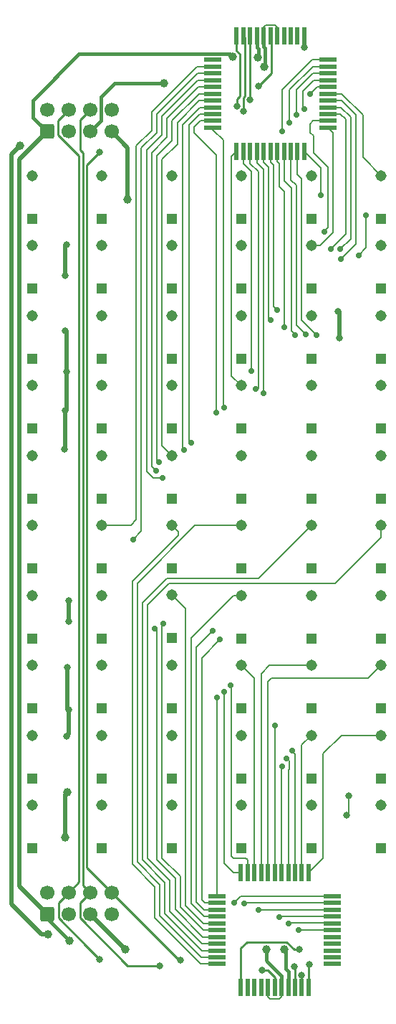
<source format=gtl>
G04 #@! TF.GenerationSoftware,KiCad,Pcbnew,7.0.5*
G04 #@! TF.CreationDate,2023-09-06T13:43:01-04:00*
G04 #@! TF.ProjectId,INS-1 Matrix_DRC,494e532d-3120-44d6-9174-7269785f4452,rev?*
G04 #@! TF.SameCoordinates,Original*
G04 #@! TF.FileFunction,Copper,L1,Top*
G04 #@! TF.FilePolarity,Positive*
%FSLAX46Y46*%
G04 Gerber Fmt 4.6, Leading zero omitted, Abs format (unit mm)*
G04 Created by KiCad (PCBNEW 7.0.5) date 2023-09-06 13:43:01*
%MOMM*%
%LPD*%
G01*
G04 APERTURE LIST*
G04 Aperture macros list*
%AMRoundRect*
0 Rectangle with rounded corners*
0 $1 Rounding radius*
0 $2 $3 $4 $5 $6 $7 $8 $9 X,Y pos of 4 corners*
0 Add a 4 corners polygon primitive as box body*
4,1,4,$2,$3,$4,$5,$6,$7,$8,$9,$2,$3,0*
0 Add four circle primitives for the rounded corners*
1,1,$1+$1,$2,$3*
1,1,$1+$1,$4,$5*
1,1,$1+$1,$6,$7*
1,1,$1+$1,$8,$9*
0 Add four rect primitives between the rounded corners*
20,1,$1+$1,$2,$3,$4,$5,0*
20,1,$1+$1,$4,$5,$6,$7,0*
20,1,$1+$1,$6,$7,$8,$9,0*
20,1,$1+$1,$8,$9,$2,$3,0*%
G04 Aperture macros list end*
G04 #@! TA.AperFunction,ComponentPad*
%ADD10R,1.308000X1.308000*%
G04 #@! TD*
G04 #@! TA.AperFunction,ComponentPad*
%ADD11C,1.308000*%
G04 #@! TD*
G04 #@! TA.AperFunction,ComponentPad*
%ADD12RoundRect,0.250000X0.600000X-0.600000X0.600000X0.600000X-0.600000X0.600000X-0.600000X-0.600000X0*%
G04 #@! TD*
G04 #@! TA.AperFunction,ComponentPad*
%ADD13C,1.700000*%
G04 #@! TD*
G04 #@! TA.AperFunction,SMDPad,CuDef*
%ADD14R,0.550000X2.000000*%
G04 #@! TD*
G04 #@! TA.AperFunction,SMDPad,CuDef*
%ADD15R,2.000000X0.550000*%
G04 #@! TD*
G04 #@! TA.AperFunction,ViaPad*
%ADD16C,1.000000*%
G04 #@! TD*
G04 #@! TA.AperFunction,ViaPad*
%ADD17C,0.800000*%
G04 #@! TD*
G04 #@! TA.AperFunction,ViaPad*
%ADD18C,0.700000*%
G04 #@! TD*
G04 #@! TA.AperFunction,Conductor*
%ADD19C,0.500000*%
G04 #@! TD*
G04 #@! TA.AperFunction,Conductor*
%ADD20C,0.400000*%
G04 #@! TD*
G04 #@! TA.AperFunction,Conductor*
%ADD21C,0.200000*%
G04 #@! TD*
G04 #@! TA.AperFunction,Conductor*
%ADD22C,0.250000*%
G04 #@! TD*
G04 APERTURE END LIST*
D10*
X79629000Y-135890000D03*
D11*
X79629000Y-130810000D03*
D10*
X71374000Y-78105000D03*
D11*
X71374000Y-73025000D03*
D10*
X54864000Y-127635000D03*
D11*
X54864000Y-122555000D03*
D10*
X71374000Y-127635000D03*
D11*
X71374000Y-122555000D03*
D10*
X71374000Y-119380000D03*
D11*
X71374000Y-114300000D03*
D10*
X71374000Y-135890000D03*
D11*
X71374000Y-130810000D03*
D10*
X54864000Y-86360000D03*
D11*
X54864000Y-81280000D03*
D10*
X79629000Y-111125000D03*
D11*
X79629000Y-106045000D03*
D12*
X56642000Y-143637000D03*
D13*
X56642000Y-141097000D03*
X59182000Y-143637000D03*
X59182000Y-141097000D03*
X61722000Y-143637000D03*
X61722000Y-141097000D03*
X64262000Y-143637000D03*
X64262000Y-141097000D03*
D14*
X87566000Y-152342000D03*
X83566000Y-152342000D03*
X86766000Y-152342000D03*
X79566000Y-152342000D03*
D15*
X90366000Y-148742000D03*
X90366000Y-147942000D03*
X90366000Y-147142000D03*
X90366000Y-146342000D03*
X90366000Y-145542000D03*
X90366000Y-144742000D03*
X90366000Y-143942000D03*
X90366000Y-143142000D03*
X90366000Y-142342000D03*
X90366000Y-141542000D03*
D14*
X87566000Y-138742000D03*
X86766000Y-138742000D03*
X85966000Y-138742000D03*
X85166000Y-138742000D03*
X84366000Y-138742000D03*
X83566000Y-138742000D03*
X82766000Y-138742000D03*
X81966000Y-138742000D03*
X81166000Y-138742000D03*
X80366000Y-138742000D03*
X79566000Y-138742000D03*
D15*
X76766000Y-141542000D03*
X76766000Y-142342000D03*
X76766000Y-143142000D03*
X76766000Y-143942000D03*
X76766000Y-144742000D03*
X76766000Y-145542000D03*
X76766000Y-146342000D03*
X76766000Y-147142000D03*
X76766000Y-147942000D03*
X76766000Y-148742000D03*
X76766000Y-149542000D03*
D14*
X85966000Y-152342000D03*
X80366000Y-152342000D03*
X81166000Y-152342000D03*
X81966000Y-152342000D03*
D15*
X90366000Y-149542000D03*
D14*
X82766000Y-152342000D03*
X85166000Y-152342000D03*
X84366000Y-152342000D03*
D10*
X63119000Y-61595000D03*
D11*
X63119000Y-56515000D03*
D10*
X87884000Y-69850000D03*
D11*
X87884000Y-64770000D03*
D10*
X96139000Y-69850000D03*
D11*
X96139000Y-64770000D03*
D14*
X79058000Y-40063000D03*
X83058000Y-40063000D03*
X79858000Y-40063000D03*
X87058000Y-40063000D03*
D15*
X76258000Y-43663000D03*
X76258000Y-44463000D03*
X76258000Y-45263000D03*
X76258000Y-46063000D03*
X76258000Y-46863000D03*
X76258000Y-47663000D03*
X76258000Y-48463000D03*
X76258000Y-49263000D03*
X76258000Y-50063000D03*
X76258000Y-50863000D03*
D14*
X79058000Y-53663000D03*
X79858000Y-53663000D03*
X80658000Y-53663000D03*
X81458000Y-53663000D03*
X82258000Y-53663000D03*
X83058000Y-53663000D03*
X83858000Y-53663000D03*
X84658000Y-53663000D03*
X85458000Y-53663000D03*
X86258000Y-53663000D03*
X87058000Y-53663000D03*
D15*
X89858000Y-50863000D03*
X89858000Y-50063000D03*
X89858000Y-49263000D03*
X89858000Y-48463000D03*
X89858000Y-47663000D03*
X89858000Y-46863000D03*
X89858000Y-46063000D03*
X89858000Y-45263000D03*
X89858000Y-44463000D03*
X89858000Y-43663000D03*
X89858000Y-42863000D03*
D14*
X80658000Y-40063000D03*
X86258000Y-40063000D03*
X85458000Y-40063000D03*
X84658000Y-40063000D03*
D15*
X76258000Y-42863000D03*
D14*
X83858000Y-40063000D03*
X81458000Y-40063000D03*
X82258000Y-40063000D03*
D10*
X63119000Y-86360000D03*
D11*
X63119000Y-81280000D03*
D10*
X79629000Y-119380000D03*
D11*
X79629000Y-114300000D03*
D10*
X87884000Y-61595000D03*
D11*
X87884000Y-56515000D03*
D10*
X54864000Y-119380000D03*
D11*
X54864000Y-114300000D03*
D10*
X71374000Y-69850000D03*
D11*
X71374000Y-64770000D03*
D10*
X54864000Y-61595000D03*
D11*
X54864000Y-56515000D03*
D10*
X87884000Y-86360000D03*
D11*
X87884000Y-81280000D03*
D10*
X96139000Y-78105000D03*
D11*
X96139000Y-73025000D03*
D10*
X87884000Y-135890000D03*
D11*
X87884000Y-130810000D03*
D10*
X63119000Y-102870000D03*
D11*
X63119000Y-97790000D03*
D10*
X96139000Y-94615000D03*
D11*
X96139000Y-89535000D03*
D10*
X96139000Y-127635000D03*
D11*
X96139000Y-122555000D03*
D10*
X79629000Y-69850000D03*
D11*
X79629000Y-64770000D03*
D10*
X96139000Y-111125000D03*
D11*
X96139000Y-106045000D03*
D10*
X79629000Y-127635000D03*
D11*
X79629000Y-122555000D03*
D10*
X87884000Y-119380000D03*
D11*
X87884000Y-114300000D03*
D10*
X79629000Y-94615000D03*
D11*
X79629000Y-89535000D03*
D10*
X54864000Y-135890000D03*
D11*
X54864000Y-130810000D03*
D10*
X87884000Y-102870000D03*
D11*
X87884000Y-97790000D03*
D10*
X87884000Y-94615000D03*
D11*
X87884000Y-89535000D03*
D10*
X96139000Y-86360000D03*
D11*
X96139000Y-81280000D03*
D10*
X87884000Y-111125000D03*
D11*
X87884000Y-106045000D03*
D10*
X79629000Y-86360000D03*
D11*
X79629000Y-81280000D03*
D10*
X87884000Y-127635000D03*
D11*
X87884000Y-122555000D03*
D10*
X79629000Y-61595000D03*
D11*
X79629000Y-56515000D03*
D10*
X71374000Y-111045000D03*
D11*
X71374000Y-105965000D03*
D10*
X54864000Y-102870000D03*
D11*
X54864000Y-97790000D03*
D10*
X63119000Y-135890000D03*
D11*
X63119000Y-130810000D03*
D10*
X96139000Y-119380000D03*
D11*
X96139000Y-114300000D03*
D10*
X79629000Y-102870000D03*
D11*
X79629000Y-97790000D03*
D10*
X63119000Y-119380000D03*
D11*
X63119000Y-114300000D03*
D10*
X71374000Y-102870000D03*
D11*
X71374000Y-97790000D03*
D10*
X96139000Y-135890000D03*
D11*
X96139000Y-130810000D03*
D10*
X54864000Y-94615000D03*
D11*
X54864000Y-89535000D03*
D10*
X63119000Y-111125000D03*
D11*
X63119000Y-106045000D03*
D10*
X79629000Y-78105000D03*
D11*
X79629000Y-73025000D03*
D10*
X96139000Y-61595000D03*
D11*
X96139000Y-56515000D03*
D10*
X96139000Y-102870000D03*
D11*
X96139000Y-97790000D03*
D10*
X71374000Y-86360000D03*
D11*
X71374000Y-81280000D03*
D10*
X54864000Y-111125000D03*
D11*
X54864000Y-106045000D03*
D10*
X63119000Y-78105000D03*
D11*
X63119000Y-73025000D03*
D10*
X54864000Y-69850000D03*
D11*
X54864000Y-64770000D03*
D12*
X56642000Y-51308000D03*
D13*
X56642000Y-48768000D03*
X59182000Y-51308000D03*
X59182000Y-48768000D03*
X61722000Y-51308000D03*
X61722000Y-48768000D03*
X64262000Y-51308000D03*
X64262000Y-48768000D03*
D10*
X71374000Y-61595000D03*
D11*
X71374000Y-56515000D03*
D10*
X63119000Y-94615000D03*
D11*
X63119000Y-89535000D03*
D10*
X87884000Y-78105000D03*
D11*
X87884000Y-73025000D03*
D10*
X63119000Y-127635000D03*
D11*
X63119000Y-122555000D03*
D10*
X63119000Y-69850000D03*
D11*
X63119000Y-64770000D03*
D10*
X71374000Y-94615000D03*
D11*
X71374000Y-89535000D03*
D10*
X54864000Y-78105000D03*
D11*
X54864000Y-73025000D03*
D16*
X84697490Y-147839510D03*
X59309000Y-146812000D03*
X81523500Y-42615132D03*
X78613000Y-42527133D03*
X53467000Y-52959000D03*
X65913000Y-147828000D03*
X82296000Y-43688000D03*
X56780510Y-146038490D03*
X70485000Y-45593000D03*
X82550000Y-147828000D03*
D17*
X59055000Y-114554000D03*
X92329000Y-129667000D03*
X91186000Y-75692000D03*
X59182000Y-119507000D03*
D16*
X58801000Y-134620000D03*
D18*
X93472000Y-65913000D03*
D16*
X59055000Y-129286000D03*
X66167000Y-59309000D03*
D17*
X58801000Y-74803000D03*
X91059000Y-72517000D03*
X58928000Y-64643000D03*
X59182000Y-109093000D03*
X59182000Y-106680000D03*
X92075000Y-131953000D03*
X58801000Y-68326000D03*
D18*
X94361000Y-61214000D03*
D17*
X58928000Y-79629000D03*
X58801000Y-84201000D03*
X58928000Y-122682000D03*
X58674000Y-88773000D03*
X85852000Y-149828500D03*
X69977000Y-149733000D03*
X80629914Y-47587500D03*
X82042000Y-150278500D03*
X81661000Y-45974000D03*
X62865000Y-148971000D03*
X72390000Y-149104000D03*
X62865000Y-53721000D03*
X79071390Y-48311652D03*
X87630000Y-149606000D03*
X86741000Y-150876000D03*
X87058000Y-41402000D03*
D18*
X91371376Y-66352376D03*
X91342188Y-65180188D03*
X90170000Y-65151000D03*
X89408000Y-63119000D03*
X89008500Y-58801000D03*
X88519000Y-75311000D03*
X87219812Y-75213188D03*
X85979000Y-75311000D03*
X84680500Y-74374683D03*
X83820000Y-72390000D03*
X83071500Y-73525183D03*
X82234636Y-82206506D03*
X81280000Y-81661000D03*
X80772000Y-79554500D03*
X77597000Y-83907500D03*
X76660798Y-84484070D03*
X73660000Y-88011000D03*
X72871883Y-88846588D03*
X69850000Y-90297000D03*
X69547943Y-91354198D03*
X70263762Y-92203698D03*
X66802000Y-99441000D03*
X69370500Y-109956894D03*
X70358000Y-109347000D03*
X76200000Y-110236000D03*
X77089000Y-111252000D03*
X76708000Y-118110000D03*
X77587602Y-117450298D03*
X78311160Y-116622428D03*
X83615500Y-121412000D03*
X84415500Y-126238000D03*
X84992070Y-125301798D03*
X85604084Y-124388373D03*
X78774312Y-142274312D03*
X79976041Y-142391500D03*
X81661000Y-143191500D03*
X84074000Y-143991500D03*
X85217000Y-144791500D03*
X86360000Y-145566500D03*
X84455000Y-51308000D03*
D17*
X86487000Y-147828000D03*
X79883000Y-48895000D03*
D18*
X85323191Y-50292000D03*
X86172691Y-49323781D03*
X87034500Y-48641000D03*
X87757000Y-46863000D03*
D19*
X53340000Y-54610000D02*
X56642000Y-51308000D01*
D20*
X60428000Y-42188000D02*
X54991000Y-47625000D01*
X84836000Y-148279000D02*
X84836000Y-150114000D01*
X81661000Y-42477632D02*
X81661000Y-41549528D01*
X84836000Y-148279000D02*
X84836000Y-147978020D01*
X78613000Y-42527133D02*
X78273867Y-42188000D01*
X85166000Y-150444000D02*
X85166000Y-152342000D01*
X84836000Y-150114000D02*
X85166000Y-150444000D01*
X84836000Y-147978020D02*
X84697490Y-147839510D01*
X78273867Y-42188000D02*
X60428000Y-42188000D01*
X54991000Y-49657000D02*
X56642000Y-51308000D01*
D19*
X56642000Y-143637000D02*
X53340000Y-140335000D01*
D20*
X81523500Y-42615132D02*
X81661000Y-42477632D01*
X59309000Y-146812000D02*
X56642000Y-144145000D01*
X54991000Y-47625000D02*
X54991000Y-49657000D01*
X56642000Y-144145000D02*
X56642000Y-143637000D01*
D19*
X53340000Y-140335000D02*
X53340000Y-54610000D01*
D20*
X81458000Y-41346528D02*
X81458000Y-40063000D01*
X81661000Y-41549528D02*
X81458000Y-41346528D01*
X70485000Y-45593000D02*
X64643000Y-45593000D01*
D21*
X82258000Y-38989000D02*
X82258000Y-40063000D01*
X83030000Y-153642000D02*
X84102000Y-153642000D01*
D20*
X82423000Y-43561000D02*
X82423000Y-41463000D01*
D21*
X83594000Y-38763000D02*
X82484000Y-38763000D01*
D20*
X82550000Y-149098000D02*
X82550000Y-147828000D01*
D19*
X65913000Y-147828000D02*
X61722000Y-143637000D01*
D21*
X83858000Y-40063000D02*
X83858000Y-39027000D01*
D20*
X63012000Y-50018000D02*
X63012000Y-47224000D01*
X82296000Y-43688000D02*
X82423000Y-43561000D01*
X63012000Y-47224000D02*
X64643000Y-45593000D01*
X61722000Y-51308000D02*
X63012000Y-50018000D01*
D21*
X83858000Y-39027000D02*
X83594000Y-38763000D01*
X82484000Y-38763000D02*
X82258000Y-38989000D01*
D20*
X82677000Y-149225000D02*
X82550000Y-149098000D01*
X82423000Y-41463000D02*
X82258000Y-41298000D01*
D21*
X82766000Y-152342000D02*
X82766000Y-153378000D01*
X84366000Y-153378000D02*
X84366000Y-152342000D01*
D20*
X84366000Y-150914000D02*
X84366000Y-152342000D01*
D19*
X52451000Y-142494000D02*
X52451000Y-53975000D01*
D20*
X84366000Y-150914000D02*
X82677000Y-149225000D01*
D21*
X84102000Y-153642000D02*
X84366000Y-153378000D01*
X82766000Y-153378000D02*
X83030000Y-153642000D01*
D19*
X56780510Y-146038490D02*
X55995490Y-146038490D01*
D20*
X82258000Y-41298000D02*
X82258000Y-40063000D01*
D19*
X52451000Y-53975000D02*
X53467000Y-52959000D01*
X55995490Y-146038490D02*
X52451000Y-142494000D01*
X59055000Y-129286000D02*
X58801000Y-129540000D01*
X91186000Y-75692000D02*
X91186000Y-72644000D01*
X58801000Y-88646000D02*
X58801000Y-84201000D01*
X58801000Y-68326000D02*
X58801000Y-64770000D01*
D21*
X58928000Y-84074000D02*
X58801000Y-84201000D01*
X92329000Y-131699000D02*
X92075000Y-131953000D01*
X94361000Y-65024000D02*
X93472000Y-65913000D01*
D19*
X59055000Y-114554000D02*
X59055000Y-119380000D01*
X58801000Y-129540000D02*
X58801000Y-134620000D01*
D21*
X91186000Y-72644000D02*
X91059000Y-72517000D01*
X58928000Y-74930000D02*
X58801000Y-74803000D01*
X94361000Y-61214000D02*
X94361000Y-65024000D01*
X58928000Y-122682000D02*
X59182000Y-122428000D01*
X58801000Y-64770000D02*
X58928000Y-64643000D01*
D19*
X66167000Y-53213000D02*
X66167000Y-59309000D01*
X58928000Y-79629000D02*
X58928000Y-84074000D01*
X64262000Y-51308000D02*
X66167000Y-53213000D01*
D21*
X58674000Y-88773000D02*
X58801000Y-88646000D01*
X59055000Y-119380000D02*
X59182000Y-119507000D01*
X92329000Y-129667000D02*
X92329000Y-131699000D01*
D19*
X59182000Y-122428000D02*
X59182000Y-119507000D01*
X59182000Y-109093000D02*
X59182000Y-106680000D01*
X58928000Y-79629000D02*
X58928000Y-74930000D01*
D22*
X85966000Y-149942500D02*
X85966000Y-152342000D01*
X60547000Y-142272000D02*
X60547000Y-144123701D01*
X61722000Y-141097000D02*
X60872000Y-140247000D01*
X60547000Y-49943000D02*
X61722000Y-48768000D01*
X66156299Y-149733000D02*
X69977000Y-149733000D01*
X85852000Y-149828500D02*
X85966000Y-149942500D01*
X60872000Y-53848000D02*
X60547000Y-53523000D01*
X80658000Y-47559414D02*
X80629914Y-47587500D01*
X60547000Y-144123701D02*
X66156299Y-149733000D01*
X60872000Y-140247000D02*
X60872000Y-53848000D01*
X61722000Y-141097000D02*
X60547000Y-142272000D01*
X60547000Y-53523000D02*
X60547000Y-49943000D01*
X80658000Y-40063000D02*
X80658000Y-47559414D01*
X59182000Y-141097000D02*
X60422000Y-139857000D01*
X61584299Y-147701000D02*
X61526149Y-147642851D01*
X58007000Y-144123701D02*
X58007000Y-142272000D01*
X58007000Y-142272000D02*
X59182000Y-141097000D01*
X61536851Y-147642851D02*
X62865000Y-148971000D01*
X61526149Y-147642851D02*
X61536851Y-147642851D01*
X60422000Y-54209701D02*
X57912000Y-51699701D01*
X60422000Y-139857000D02*
X60422000Y-54209701D01*
X83058000Y-40063000D02*
X83185000Y-40190000D01*
X57912000Y-50038000D02*
X59182000Y-48768000D01*
X83566000Y-152342000D02*
X83566000Y-151092000D01*
X83566000Y-151092000D02*
X82752500Y-150278500D01*
X83185000Y-44450000D02*
X81661000Y-45974000D01*
X82752500Y-150278500D02*
X82042000Y-150278500D01*
X61526149Y-147642851D02*
X58007000Y-144123701D01*
X83185000Y-40190000D02*
X83185000Y-44450000D01*
X57912000Y-51699701D02*
X57912000Y-50038000D01*
X87630000Y-149606000D02*
X87566000Y-149670000D01*
X64262000Y-141097000D02*
X61341000Y-138176000D01*
X72269000Y-149104000D02*
X72390000Y-149104000D01*
X79071390Y-47484323D02*
X79071390Y-48311652D01*
X61341000Y-55245000D02*
X62865000Y-53721000D01*
X61341000Y-138176000D02*
X61341000Y-134620000D01*
X64262000Y-141097000D02*
X72269000Y-149104000D01*
X61341000Y-134620000D02*
X61341000Y-55245000D01*
X79438000Y-47117713D02*
X79071390Y-47484323D01*
X87566000Y-149670000D02*
X87566000Y-152342000D01*
X79438000Y-42185406D02*
X79438000Y-47117713D01*
X79058000Y-41805406D02*
X79438000Y-42185406D01*
X79058000Y-40063000D02*
X79058000Y-41805406D01*
X86741000Y-150876000D02*
X86741000Y-152317000D01*
X86741000Y-152317000D02*
X86766000Y-152342000D01*
X87058000Y-41402000D02*
X87058000Y-40063000D01*
D21*
X93980000Y-54356000D02*
X93980000Y-49364416D01*
X91478584Y-46863000D02*
X93980000Y-49364416D01*
X89858000Y-46863000D02*
X91478584Y-46863000D01*
X96139000Y-56515000D02*
X93980000Y-54356000D01*
X91430056Y-47663000D02*
X93148000Y-49380944D01*
X93148000Y-49380944D02*
X93148000Y-64575752D01*
X93148000Y-64575752D02*
X91371376Y-66352376D01*
X89858000Y-47663000D02*
X91430056Y-47663000D01*
X91381528Y-48463000D02*
X92548000Y-49629472D01*
X92548000Y-63974376D02*
X91342188Y-65180188D01*
X89858000Y-48463000D02*
X91381528Y-48463000D01*
X92548000Y-49629472D02*
X92548000Y-63974376D01*
X89858000Y-49263000D02*
X91333000Y-49263000D01*
X91333000Y-49263000D02*
X91948000Y-49878000D01*
X91948000Y-63373000D02*
X90170000Y-65151000D01*
X91948000Y-49878000D02*
X91948000Y-63373000D01*
X89858500Y-62668500D02*
X89408000Y-63119000D01*
X88113000Y-50063000D02*
X87757000Y-50419000D01*
X89858500Y-55568500D02*
X89858500Y-62668500D01*
X88138000Y-51816000D02*
X88138000Y-53848000D01*
X89858000Y-50063000D02*
X88113000Y-50063000D01*
X87757000Y-50419000D02*
X87757000Y-51435000D01*
X87757000Y-51435000D02*
X88138000Y-51816000D01*
X88138000Y-53848000D02*
X89858500Y-55568500D01*
X89858000Y-50863000D02*
X90458500Y-51463500D01*
X88959082Y-64770000D02*
X87884000Y-64770000D01*
X90458500Y-51463500D02*
X90458500Y-63270582D01*
X90458500Y-63270582D02*
X88959082Y-64770000D01*
X87058000Y-53663000D02*
X89038000Y-55643000D01*
X89038000Y-55643000D02*
X89038000Y-58771500D01*
X89038000Y-58771500D02*
X89008500Y-58801000D01*
X86730000Y-56907000D02*
X86730000Y-73522000D01*
X86258000Y-53663000D02*
X86258000Y-56413000D01*
X86741000Y-56896000D02*
X86730000Y-56907000D01*
X86730000Y-73522000D02*
X88519000Y-75311000D01*
X86258000Y-56413000D02*
X86741000Y-56896000D01*
X85458000Y-57010000D02*
X86130000Y-57682000D01*
X85458000Y-53663000D02*
X85458000Y-57010000D01*
X86130000Y-74123376D02*
X87219812Y-75213188D01*
X86130000Y-57682000D02*
X86130000Y-74123376D01*
X84658000Y-53663000D02*
X84658000Y-54813000D01*
X84658000Y-54813000D02*
X84709000Y-54864000D01*
X85530000Y-57971000D02*
X85530000Y-74862000D01*
X84709000Y-57150000D02*
X85530000Y-57971000D01*
X84709000Y-54864000D02*
X84709000Y-57150000D01*
X85530000Y-74862000D02*
X85979000Y-75311000D01*
X83858000Y-53663000D02*
X83858000Y-54869357D01*
X83858000Y-54869357D02*
X84109000Y-55120357D01*
X84109000Y-55120357D02*
X84109000Y-57820000D01*
X84109000Y-57820000D02*
X84680500Y-58391500D01*
X84680500Y-58391500D02*
X84680500Y-74374683D01*
X83058000Y-54917885D02*
X83422000Y-55281885D01*
X83422000Y-71992000D02*
X83820000Y-72390000D01*
X83058000Y-53663000D02*
X83058000Y-54917885D01*
X83422000Y-55281885D02*
X83422000Y-71992000D01*
X82258000Y-53663000D02*
X82258000Y-54966413D01*
X82822000Y-55530413D02*
X82822000Y-73275683D01*
X82822000Y-73275683D02*
X83071500Y-73525183D01*
X82258000Y-54966413D02*
X82822000Y-55530413D01*
X81458000Y-53663000D02*
X81458000Y-55014941D01*
X82222000Y-82175082D02*
X82222000Y-82193870D01*
X82222000Y-82193870D02*
X82234636Y-82206506D01*
X82222000Y-55778941D02*
X82222000Y-82175082D01*
X81458000Y-55014941D02*
X82222000Y-55778941D01*
X81622000Y-81573000D02*
X81534000Y-81661000D01*
X80658000Y-53663000D02*
X80658000Y-55063469D01*
X80658000Y-55063469D02*
X81622000Y-56027469D01*
X81622000Y-56027469D02*
X81622000Y-81573000D01*
X81534000Y-81661000D02*
X81280000Y-81661000D01*
X79858000Y-55111997D02*
X80783000Y-56036997D01*
X80783000Y-56036997D02*
X80783000Y-79543500D01*
X79858000Y-53663000D02*
X79858000Y-55111997D01*
X80783000Y-79543500D02*
X80772000Y-79554500D01*
X78475000Y-54246000D02*
X78475000Y-80126000D01*
X79058000Y-53663000D02*
X78475000Y-54246000D01*
X78475000Y-80126000D02*
X79629000Y-81280000D01*
X77470000Y-52324000D02*
X77470000Y-83780500D01*
X76258000Y-50863000D02*
X76258000Y-51112000D01*
X76258000Y-51112000D02*
X77470000Y-52324000D01*
X77470000Y-83780500D02*
X77597000Y-83907500D01*
X74783000Y-50063000D02*
X74041000Y-50805000D01*
X76258000Y-50063000D02*
X74783000Y-50063000D01*
X76660798Y-54054798D02*
X76660798Y-84484070D01*
X74041000Y-51435000D02*
X76660798Y-54054798D01*
X74041000Y-50805000D02*
X74041000Y-51435000D01*
X74734472Y-49263000D02*
X73441000Y-50556472D01*
X76258000Y-49263000D02*
X74734472Y-49263000D01*
X73441000Y-50556472D02*
X73441000Y-87792000D01*
X73441000Y-87792000D02*
X73660000Y-88011000D01*
X76258000Y-48463000D02*
X74685944Y-48463000D01*
X72644000Y-88618705D02*
X72871883Y-88846588D01*
X74685944Y-48463000D02*
X72644000Y-50504944D01*
X72644000Y-50504944D02*
X72644000Y-88618705D01*
X76258000Y-47663000D02*
X74637416Y-47663000D01*
X72044000Y-50256416D02*
X72044000Y-52797000D01*
X70220000Y-54621000D02*
X70220000Y-88381000D01*
X74637416Y-47663000D02*
X72044000Y-50256416D01*
X72044000Y-52797000D02*
X70220000Y-54621000D01*
X70220000Y-88381000D02*
X71374000Y-89535000D01*
X71444000Y-52381000D02*
X69620000Y-54205000D01*
X76258000Y-46863000D02*
X74588888Y-46863000D01*
X69620000Y-54205000D02*
X69620000Y-90067000D01*
X74588888Y-46863000D02*
X71444000Y-50007888D01*
X71444000Y-50007888D02*
X71444000Y-52381000D01*
X69620000Y-90067000D02*
X69850000Y-90297000D01*
X74540360Y-46063000D02*
X70844000Y-49759360D01*
X76258000Y-46063000D02*
X74540360Y-46063000D01*
X70844000Y-51965000D02*
X69000000Y-53809000D01*
X70844000Y-49759360D02*
X70844000Y-51965000D01*
X69000000Y-90806255D02*
X69547943Y-91354198D01*
X69000000Y-53809000D02*
X69000000Y-90806255D01*
X76258000Y-45263000D02*
X74491832Y-45263000D01*
X70263262Y-92204198D02*
X70263762Y-92203698D01*
X69195861Y-92204198D02*
X70263262Y-92204198D01*
X70244000Y-51676000D02*
X68400000Y-53520000D01*
X68400000Y-53520000D02*
X68400000Y-91408337D01*
X74491832Y-45263000D02*
X70244000Y-49510832D01*
X68400000Y-91408337D02*
X69195861Y-92204198D01*
X70244000Y-49510832D02*
X70244000Y-51676000D01*
X67800000Y-53271472D02*
X67800000Y-98443000D01*
X69644000Y-51427472D02*
X67800000Y-53271472D01*
X67800000Y-98443000D02*
X66802000Y-99441000D01*
X74443304Y-44463000D02*
X69644000Y-49262304D01*
X76258000Y-44463000D02*
X74443304Y-44463000D01*
X69644000Y-49262304D02*
X69644000Y-51427472D01*
X67200000Y-53022944D02*
X69044000Y-51178944D01*
X66548000Y-97790000D02*
X67200000Y-97138000D01*
X74394776Y-43663000D02*
X76258000Y-43663000D01*
X63119000Y-97790000D02*
X66548000Y-97790000D01*
X69044000Y-49013776D02*
X74394776Y-43663000D01*
X67200000Y-97138000D02*
X67200000Y-53022944D01*
X69044000Y-51178944D02*
X69044000Y-49013776D01*
X76766000Y-149537000D02*
X76746000Y-149517000D01*
X69390000Y-144077752D02*
X69390000Y-140434640D01*
X66720500Y-137765140D02*
X66720500Y-104366972D01*
X72136000Y-98552000D02*
X71374000Y-97790000D01*
X72136000Y-98951472D02*
X72136000Y-98552000D01*
X69390000Y-140434640D02*
X66720500Y-137765140D01*
X74829248Y-149517000D02*
X69390000Y-144077752D01*
X76766000Y-149542000D02*
X76766000Y-149537000D01*
X66720500Y-104366972D02*
X72136000Y-98951472D01*
X76746000Y-149517000D02*
X74829248Y-149517000D01*
X67320500Y-104615500D02*
X74146000Y-97790000D01*
X74902776Y-148742000D02*
X69990000Y-143829224D01*
X67320500Y-137516612D02*
X67320500Y-104615500D01*
X76766000Y-148742000D02*
X74902776Y-148742000D01*
X69990000Y-143829224D02*
X69990000Y-140186112D01*
X69990000Y-140186112D02*
X67320500Y-137516612D01*
X74146000Y-97790000D02*
X79629000Y-97790000D01*
X67920500Y-106937969D02*
X70834469Y-104024000D01*
X70590000Y-143580696D02*
X70590000Y-139937584D01*
X70590000Y-139937584D02*
X67920500Y-137268084D01*
X70834469Y-104024000D02*
X81650000Y-104024000D01*
X74951304Y-147942000D02*
X70590000Y-143580696D01*
X67920500Y-137268084D02*
X67920500Y-106937969D01*
X81650000Y-104024000D02*
X87884000Y-97790000D01*
X76766000Y-147942000D02*
X74951304Y-147942000D01*
X71190000Y-139689056D02*
X68520500Y-137019556D01*
X96139000Y-99187000D02*
X96139000Y-97790000D01*
X68520500Y-137019556D02*
X68520500Y-107186497D01*
X71190000Y-143332168D02*
X71190000Y-139689056D01*
X76766000Y-147142000D02*
X74999832Y-147142000D01*
X90678000Y-104648000D02*
X96139000Y-99187000D01*
X68520500Y-107186497D02*
X71058997Y-104648000D01*
X71058997Y-104648000D02*
X90678000Y-104648000D01*
X74999832Y-147142000D02*
X71190000Y-143332168D01*
X69620000Y-137270528D02*
X69620000Y-110206394D01*
X71790000Y-139440528D02*
X69620000Y-137270528D01*
X75048360Y-146342000D02*
X71790000Y-143083640D01*
X71790000Y-143083640D02*
X71790000Y-139440528D01*
X76766000Y-146342000D02*
X75048360Y-146342000D01*
X69620000Y-110206394D02*
X69370500Y-109956894D01*
X72390000Y-142835112D02*
X72390000Y-139192000D01*
X72390000Y-139192000D02*
X70220000Y-137022000D01*
X76766000Y-145542000D02*
X75096888Y-145542000D01*
X70220000Y-109485000D02*
X70358000Y-109347000D01*
X70220000Y-137022000D02*
X70220000Y-109485000D01*
X75096888Y-145542000D02*
X72390000Y-142835112D01*
X76766000Y-144742000D02*
X75145416Y-144742000D01*
X73025000Y-107616000D02*
X71374000Y-105965000D01*
X75145416Y-144742000D02*
X73025000Y-142621584D01*
X73025000Y-142621584D02*
X73025000Y-107616000D01*
X78704105Y-106045000D02*
X79629000Y-106045000D01*
X76766000Y-143942000D02*
X75193944Y-143942000D01*
X73660000Y-111089105D02*
X78704105Y-106045000D01*
X73660000Y-142408056D02*
X73660000Y-111089105D01*
X75193944Y-143942000D02*
X73660000Y-142408056D01*
X75242472Y-143142000D02*
X74295000Y-142194528D01*
X74295000Y-142194528D02*
X74295000Y-112141000D01*
X74295000Y-112141000D02*
X76200000Y-110236000D01*
X76766000Y-143142000D02*
X75242472Y-143142000D01*
X76766000Y-142342000D02*
X75291000Y-142342000D01*
X74930000Y-113411000D02*
X77089000Y-111252000D01*
X74930000Y-141981000D02*
X74930000Y-113411000D01*
X75291000Y-142342000D02*
X74930000Y-141981000D01*
X76766000Y-118168000D02*
X76766000Y-141542000D01*
X76708000Y-118110000D02*
X76766000Y-118168000D01*
X78677000Y-138742000D02*
X77587602Y-137652602D01*
X77587602Y-137652602D02*
X77587602Y-117450298D01*
X79566000Y-138742000D02*
X78677000Y-138742000D01*
X80366000Y-137267000D02*
X80143000Y-137044000D01*
X78437602Y-116748870D02*
X78311160Y-116622428D01*
X78437602Y-136775000D02*
X78437602Y-116748870D01*
X80366000Y-138742000D02*
X80366000Y-137267000D01*
X78706602Y-137044000D02*
X78437602Y-136775000D01*
X80143000Y-137044000D02*
X78706602Y-137044000D01*
X81166000Y-136652000D02*
X81166000Y-115837000D01*
X81166000Y-138742000D02*
X81166000Y-136652000D01*
X81166000Y-115837000D02*
X79629000Y-114300000D01*
X82931000Y-114300000D02*
X87884000Y-114300000D01*
X81966000Y-136398000D02*
X81966000Y-115265000D01*
X81966000Y-138742000D02*
X81966000Y-136398000D01*
X81966000Y-115265000D02*
X82931000Y-114300000D01*
X82766000Y-136779000D02*
X82766000Y-116243000D01*
X83185000Y-115824000D02*
X94615000Y-115824000D01*
X82766000Y-116243000D02*
X83185000Y-115824000D01*
X82766000Y-138742000D02*
X82766000Y-136779000D01*
X94615000Y-115824000D02*
X96139000Y-114300000D01*
X83566000Y-136779000D02*
X83566000Y-121461500D01*
X83566000Y-121461500D02*
X83615500Y-121412000D01*
X83566000Y-138742000D02*
X83566000Y-136779000D01*
X84366000Y-136779000D02*
X84366000Y-126287500D01*
X84366000Y-126287500D02*
X84415500Y-126238000D01*
X84366000Y-138742000D02*
X84366000Y-136779000D01*
X85166000Y-138742000D02*
X85166000Y-136779000D01*
X85265500Y-126590082D02*
X85265500Y-125575228D01*
X85166000Y-136779000D02*
X85166000Y-126689582D01*
X85166000Y-126689582D02*
X85265500Y-126590082D01*
X85265500Y-125575228D02*
X84992070Y-125301798D01*
X85966000Y-124750289D02*
X85966000Y-138742000D01*
X85604084Y-124388373D02*
X85966000Y-124750289D01*
X86730000Y-123709000D02*
X86730000Y-137506000D01*
X86766000Y-137542000D02*
X86766000Y-138742000D01*
X86730000Y-137506000D02*
X86766000Y-137542000D01*
X87884000Y-122555000D02*
X86730000Y-123709000D01*
X87566000Y-138742000D02*
X89281000Y-137027000D01*
X91440000Y-122555000D02*
X96139000Y-122555000D01*
X89281000Y-124714000D02*
X91440000Y-122555000D01*
X89281000Y-137027000D02*
X89281000Y-124714000D01*
X90366000Y-141542000D02*
X79506624Y-141542000D01*
X79506624Y-141542000D02*
X78774312Y-142274312D01*
X80025541Y-142342000D02*
X79976041Y-142391500D01*
X90366000Y-142342000D02*
X80025541Y-142342000D01*
X81710500Y-143142000D02*
X81661000Y-143191500D01*
X90366000Y-143142000D02*
X81710500Y-143142000D01*
X84123500Y-143942000D02*
X84074000Y-143991500D01*
X90366000Y-143942000D02*
X84123500Y-143942000D01*
X90361000Y-144717000D02*
X85291500Y-144717000D01*
X90366000Y-144742000D02*
X90366000Y-144722000D01*
X85291500Y-144717000D02*
X85217000Y-144791500D01*
X90366000Y-144722000D02*
X90361000Y-144717000D01*
X86384500Y-145542000D02*
X86360000Y-145566500D01*
X90366000Y-145542000D02*
X86384500Y-145542000D01*
X88009334Y-42863000D02*
X84455000Y-46417334D01*
X89858000Y-42863000D02*
X88009334Y-42863000D01*
X84455000Y-46417334D02*
X84455000Y-51308000D01*
D22*
X80010000Y-40215000D02*
X80010000Y-47182109D01*
X79883000Y-47309109D02*
X79883000Y-48895000D01*
X84963000Y-146939000D02*
X85852000Y-147828000D01*
X79858000Y-40063000D02*
X80010000Y-40215000D01*
X85852000Y-147828000D02*
X86487000Y-147828000D01*
X79566000Y-147637000D02*
X79566000Y-152342000D01*
X80264000Y-146939000D02*
X84963000Y-146939000D01*
X80010000Y-47182109D02*
X79883000Y-47309109D01*
X79566000Y-147637000D02*
X80264000Y-146939000D01*
D21*
X85322691Y-46398171D02*
X85322691Y-50291500D01*
X88057862Y-43663000D02*
X85322691Y-46398171D01*
X89858000Y-43663000D02*
X88057862Y-43663000D01*
X85322691Y-50291500D02*
X85323191Y-50292000D01*
X86172691Y-46396699D02*
X86172691Y-49323781D01*
X89858000Y-44463000D02*
X88106390Y-44463000D01*
X88106390Y-44463000D02*
X86172691Y-46396699D01*
X86907000Y-46510918D02*
X86907000Y-48513500D01*
X88154918Y-45263000D02*
X86907000Y-46510918D01*
X89858000Y-45263000D02*
X88154918Y-45263000D01*
X86907000Y-48513500D02*
X87034500Y-48641000D01*
X89858000Y-46063000D02*
X88557000Y-46063000D01*
X88557000Y-46063000D02*
X87757000Y-46863000D01*
M02*

</source>
